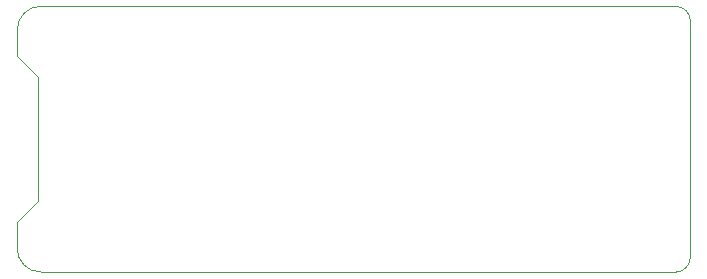
<source format=gm1>
G04 #@! TF.GenerationSoftware,KiCad,Pcbnew,7.0.7*
G04 #@! TF.CreationDate,2023-08-29T18:05:24+01:00*
G04 #@! TF.ProjectId,NB3_hindbrain,4e42335f-6869-46e6-9462-7261696e2e6b,0.0.1*
G04 #@! TF.SameCoordinates,PX4af0920PY4c4db10*
G04 #@! TF.FileFunction,Profile,NP*
%FSLAX46Y46*%
G04 Gerber Fmt 4.6, Leading zero omitted, Abs format (unit mm)*
G04 Created by KiCad (PCBNEW 7.0.7) date 2023-08-29 18:05:24*
%MOMM*%
%LPD*%
G01*
G04 APERTURE LIST*
G04 #@! TA.AperFunction,Profile*
%ADD10C,0.050000*%
G04 #@! TD*
G04 APERTURE END LIST*
D10*
X0Y-7000000D02*
X0Y-9250000D01*
X1750000Y-5250000D02*
X0Y-7000000D01*
X55750000Y-11250000D02*
G75*
G03*
X57000000Y-10000000I0J1250000D01*
G01*
X0Y7000000D02*
X1750000Y5250000D01*
X57000000Y10000000D02*
G75*
G03*
X55750000Y11250000I-1250000J0D01*
G01*
X0Y-9250000D02*
G75*
G03*
X2000000Y-11250000I2000000J0D01*
G01*
X57000000Y10000000D02*
X57000000Y-10000000D01*
X0Y9250000D02*
X0Y7000000D01*
X2000000Y11250000D02*
X55750000Y11250000D01*
X1750000Y5250000D02*
X1750000Y-5250000D01*
X2000000Y11250000D02*
G75*
G03*
X0Y9250000I0J-2000000D01*
G01*
X55750000Y-11250000D02*
X2000000Y-11250000D01*
M02*

</source>
